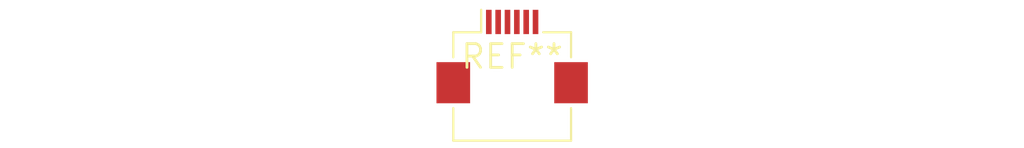
<source format=kicad_pcb>
(kicad_pcb (version 20240108) (generator pcbnew)
  (layers (0 "F.Cu" signal) (31 "B.Cu" signal) (34 "B.Paste" user) (35 "F.Paste" user) (36 "B.SilkS" user "B.Silkscreen") (37 "F.SilkS" user "F.Silkscreen") (38 "B.Mask" user) (39 "F.Mask" user) (44 "Edge.Cuts" user))
  (net 0 "")
  (footprint "Hirose_FH12-6S-0.5SH_1x06-1MP_P0.50mm_Horizontal" (layer "F.Cu") (at 0 0)
    (property "Reference" "REF**")
    (property "Value" "Hirose_FH12-6S-0.5SH_1x06-1MP_P0.50mm_Horizontal")
    (fp_line (start -3.15 -1.3) (end -3.15 0.04) (layer "F.SilkS") (stroke (width 0.12)))
    (fp_line (start -3.15 2.76) (end -3.15 4.5) (layer "F.SilkS") (stroke (width 0.12)))
    (fp_line (start -3.15 4.5) (end 3.15 4.5) (layer "F.SilkS") (stroke (width 0.12)))
    (fp_line (start -1.66 -1.3) (end -3.15 -1.3) (layer "F.SilkS") (stroke (width 0.12)))
    (fp_line (start -1.66 -1.3) (end -1.66 -2.5) (layer "F.SilkS") (stroke (width 0.12)))
    (fp_line (start 1.66 -1.3) (end 3.15 -1.3) (layer "F.SilkS") (stroke (width 0.12)))
    (fp_line (start 3.15 -1.3) (end 3.15 0.04) (layer "F.SilkS") (stroke (width 0.12)))
    (fp_line (start 3.15 4.5) (end 3.15 2.76) (layer "F.SilkS") (stroke (width 0.12)))
    (pad "1" smd rect (at -1.25 -1.85) (size 0.3 1.3) (layers "F.Cu" "F.Paste" "F.Mask"))
    (pad "2" smd rect (at -0.75 -1.85) (size 0.3 1.3) (layers "F.Cu" "F.Paste" "F.Mask"))
    (pad "3" smd rect (at -0.25 -1.85) (size 0.3 1.3) (layers "F.Cu" "F.Paste" "F.Mask"))
    (pad "4" smd rect (at 0.25 -1.85) (size 0.3 1.3) (layers "F.Cu" "F.Paste" "F.Mask"))
    (pad "5" smd rect (at 0.75 -1.85) (size 0.3 1.3) (layers "F.Cu" "F.Paste" "F.Mask"))
    (pad "6" smd rect (at 1.25 -1.85) (size 0.3 1.3) (layers "F.Cu" "F.Paste" "F.Mask"))
    (pad "MP" smd rect (at -3.15 1.4) (size 1.8 2.2) (layers "F.Cu" "F.Paste" "F.Mask"))
    (pad "MP" smd rect (at 3.15 1.4) (size 1.8 2.2) (layers "F.Cu" "F.Paste" "F.Mask"))
  )
)
</source>
